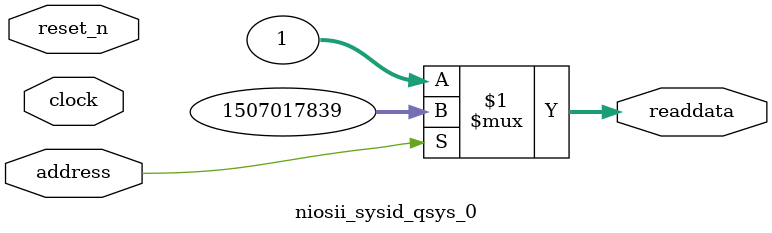
<source format=v>



// synthesis translate_off
`timescale 1ns / 1ps
// synthesis translate_on

// turn off superfluous verilog processor warnings 
// altera message_level Level1 
// altera message_off 10034 10035 10036 10037 10230 10240 10030 

module niosii_sysid_qsys_0 (
               // inputs:
                address,
                clock,
                reset_n,

               // outputs:
                readdata
             )
;

  output  [ 31: 0] readdata;
  input            address;
  input            clock;
  input            reset_n;

  wire    [ 31: 0] readdata;
  //control_slave, which is an e_avalon_slave
  assign readdata = address ? 1507017839 : 1;

endmodule



</source>
